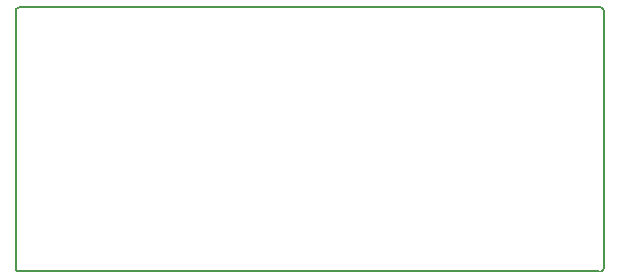
<source format=gko>
G04 (created by PCBNEW (2013-jul-07)-stable) date wo 20 nov 2013 00:02:11 CET*
%MOIN*%
G04 Gerber Fmt 3.4, Leading zero omitted, Abs format*
%FSLAX34Y34*%
G01*
G70*
G90*
G04 APERTURE LIST*
%ADD10C,0.00393701*%
%ADD11C,0.00590551*%
G04 APERTURE END LIST*
G54D10*
G54D11*
X9150Y-26850D02*
X28500Y-26850D01*
X9050Y-26750D02*
X9050Y-18150D01*
X28650Y-18150D02*
X28650Y-26750D01*
X9150Y-18050D02*
X28550Y-18050D01*
X9150Y-18050D02*
G75*
G03X9050Y-18150I0J-100D01*
G74*
G01*
X9050Y-26750D02*
G75*
G03X9150Y-26850I100J0D01*
G74*
G01*
X28550Y-26850D02*
G75*
G03X28650Y-26750I0J100D01*
G74*
G01*
X28650Y-18150D02*
G75*
G03X28550Y-18050I-100J0D01*
G74*
G01*
M02*

</source>
